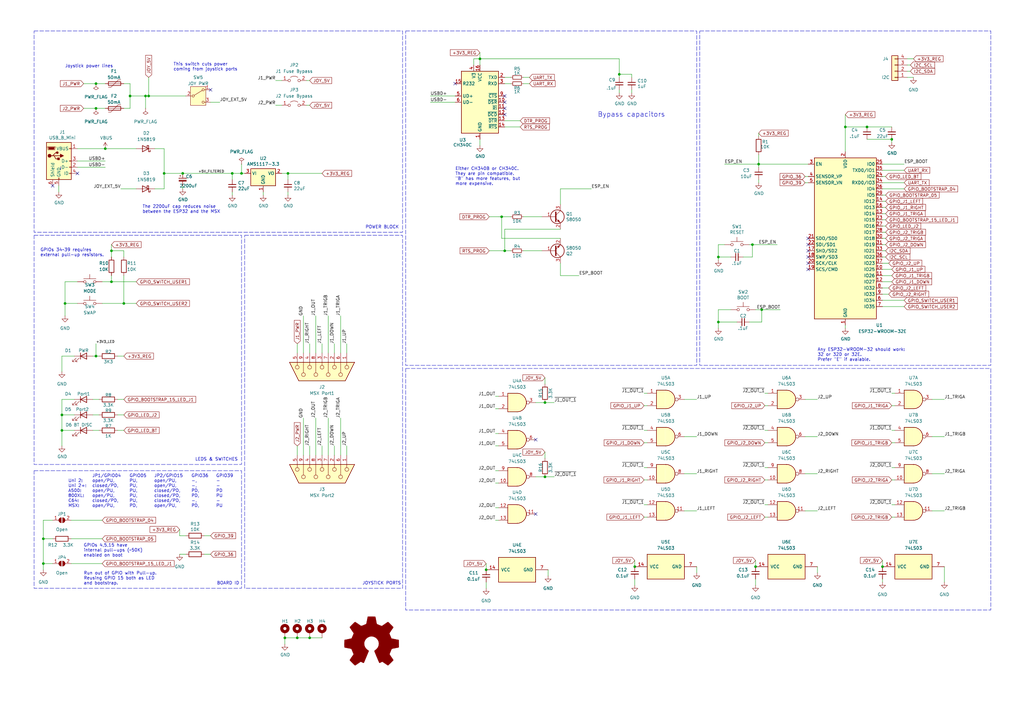
<source format=kicad_sch>
(kicad_sch (version 20230121) (generator eeschema)
  (paper "A3")
  (title_block (title "msx-joyblue-v2") (date "2024-02-26") (rev "Build2") (company "Albert Herranz"))
  (junction (at 346.71 52.07))
  (junction (at 118.11 71.12))
  (junction (at 25.4 176.53))
  (junction (at 39.37 34.29))
  (junction (at 361.95 232.41))
  (junction (at 223.52 195.58))
  (junction (at 39.37 146.05))
  (junction (at 121.92 261.62))
  (junction (at 45.72 115.57))
  (junction (at 355.6 52.07))
  (junction (at 311.15 67.31))
  (junction (at 127 261.62))
  (junction (at 260.35 232.41))
  (junction (at 99.06 71.12))
  (junction (at 53.34 39.37))
  (junction (at 17.78 220.98))
  (junction (at 365.76 57.15))
  (junction (at 199.39 233.68))
  (junction (at 294.64 132.08))
  (junction (at 308.61 100.33))
  (junction (at 25.4 170.18))
  (junction (at 60.96 39.37))
  (junction (at 309.88 232.41))
  (junction (at 207.01 102.87))
  (junction (at 95.25 71.12))
  (junction (at 45.72 102.87))
  (junction (at 50.8 124.46))
  (junction (at 26.67 124.46))
  (junction (at 254 30.48))
  (junction (at 43.18 60.96))
  (junction (at 67.31 71.12))
  (junction (at 17.78 231.14))
  (junction (at 223.52 165.1))
  (junction (at 116.84 261.62))
  (junction (at 74.93 71.12))
  (junction (at 205.74 88.9))
  (junction (at 59.69 39.37))
  (junction (at 294.64 105.41))
  (junction (at 196.85 24.13))
  (junction (at 312.42 127))
  (junction (at 39.37 44.45))
  (no_connect (at 207.01 41.91))
  (no_connect (at 207.01 46.99))
  (no_connect (at 31.75 71.12))
  (no_connect (at 331.47 110.49))
  (no_connect (at 331.47 107.95))
  (no_connect (at 207.01 44.45))
  (no_connect (at 219.71 210.82))
  (no_connect (at 186.69 34.29))
  (no_connect (at 21.59 76.2))
  (no_connect (at 331.47 102.87))
  (no_connect (at 331.47 100.33))
  (no_connect (at 86.36 36.83))
  (no_connect (at 207.01 39.37))
  (no_connect (at 219.71 180.34))
  (no_connect (at 331.47 97.79))
  (no_connect (at 331.47 105.41))
  (wire (pts (xy 204.47 167.64) (xy 203.2 167.64)))
  (wire (pts (xy 67.31 77.47) (xy 63.5 77.47)))
  (wire (pts (xy 48.26 170.18) (xy 50.8 170.18)))
  (wire (pts (xy 38.1 170.18) (xy 40.64 170.18)))
  (wire (pts (xy 365.76 113.03) (xy 361.95 113.03)))
  (wire (pts (xy 200.66 102.87) (xy 207.01 102.87)))
  (wire (pts (xy 99.06 67.31) (xy 99.06 71.12)))
  (wire (pts (xy 294.64 127) (xy 294.64 132.08)))
  (wire (pts (xy 127 261.62) (xy 132.08 261.62)))
  (wire (pts (xy 17.78 231.14) (xy 17.78 233.68)))
  (wire (pts (xy 361.95 123.19) (xy 370.84 123.19)))
  (wire (pts (xy 45.72 100.33) (xy 45.72 102.87)))
  (wire (pts (xy 60.96 39.37) (xy 76.2 39.37)))
  (wire (pts (xy 21.59 231.14) (xy 17.78 231.14)))
  (wire (pts (xy 125.73 43.18) (xy 127 43.18)))
  (wire (pts (xy 361.95 77.47) (xy 370.84 77.47)))
  (wire (pts (xy 39.37 34.29) (xy 43.18 34.29)))
  (wire (pts (xy 199.39 238.76) (xy 199.39 241.3)))
  (wire (pts (xy 309.88 127) (xy 312.42 127)))
  (wire (pts (xy 294.64 105.41) (xy 299.72 105.41)))
  (wire (pts (xy 312.42 127) (xy 312.42 132.08)))
  (wire (pts (xy 99.06 71.12) (xy 100.33 71.12)))
  (wire (pts (xy 254 30.48) (xy 259.08 30.48)))
  (wire (pts (xy 223.52 195.58) (xy 227.33 195.58)))
  (wire (pts (xy 125.73 33.02) (xy 127 33.02)))
  (wire (pts (xy 196.85 24.13) (xy 254 24.13)))
  (wire (pts (xy 264.16 191.77) (xy 265.43 191.77)))
  (wire (pts (xy 367.03 196.85) (xy 365.76 196.85)))
  (wire (pts (xy 365.76 207.01) (xy 367.03 207.01)))
  (wire (pts (xy 95.25 71.12) (xy 95.25 73.66)))
  (wire (pts (xy 95.25 80.01) (xy 95.25 78.74)))
  (wire (pts (xy 74.93 76.2) (xy 74.93 77.47)))
  (wire (pts (xy 31.75 66.04) (xy 43.18 66.04)))
  (wire (pts (xy 254 36.83) (xy 254 38.1)))
  (wire (pts (xy 129.54 129.54) (xy 129.54 144.78)))
  (wire (pts (xy 29.21 213.36) (xy 41.91 213.36)))
  (wire (pts (xy 330.2 74.93) (xy 331.47 74.93)))
  (wire (pts (xy 60.96 31.75) (xy 60.96 39.37)))
  (wire (pts (xy 53.34 34.29) (xy 53.34 39.37)))
  (wire (pts (xy 229.87 93.98) (xy 207.01 93.98)))
  (wire (pts (xy 361.95 95.25) (xy 363.22 95.25)))
  (wire (pts (xy 355.6 57.15) (xy 365.76 57.15)))
  (wire (pts (xy 67.31 60.96) (xy 63.5 60.96)))
  (wire (pts (xy 259.08 30.48) (xy 259.08 31.75)))
  (wire (pts (xy 24.13 76.2) (xy 24.13 78.74)))
  (wire (pts (xy 50.8 102.87) (xy 50.8 105.41)))
  (wire (pts (xy 365.76 181.61) (xy 367.03 181.61)))
  (wire (pts (xy 107.95 78.74) (xy 107.95 80.01)))
  (wire (pts (xy 30.48 163.83) (xy 25.4 163.83)))
  (wire (pts (xy 346.71 133.35) (xy 346.71 134.62)))
  (wire (pts (xy 361.95 238.76) (xy 361.95 237.49)))
  (wire (pts (xy 361.95 85.09) (xy 363.22 85.09)))
  (wire (pts (xy 21.59 213.36) (xy 17.78 213.36)))
  (wire (pts (xy 83.82 219.71) (xy 86.36 219.71)))
  (wire (pts (xy 50.8 113.03) (xy 50.8 124.46)))
  (wire (pts (xy 311.15 67.31) (xy 331.47 67.31)))
  (wire (pts (xy 121.92 261.62) (xy 116.84 261.62)))
  (wire (pts (xy 196.85 21.59) (xy 196.85 24.13)))
  (wire (pts (xy 196.85 57.15) (xy 196.85 59.69)))
  (wire (pts (xy 31.75 60.96) (xy 43.18 60.96)))
  (wire (pts (xy 294.64 127) (xy 299.72 127)))
  (wire (pts (xy 25.4 176.53) (xy 25.4 182.88)))
  (wire (pts (xy 311.15 67.31) (xy 311.15 68.58)))
  (wire (pts (xy 200.66 88.9) (xy 205.74 88.9)))
  (wire (pts (xy 365.76 212.09) (xy 367.03 212.09)))
  (wire (pts (xy 311.15 54.61) (xy 311.15 55.88)))
  (wire (pts (xy 294.64 132.08) (xy 294.64 134.62)))
  (wire (pts (xy 309.88 232.41) (xy 309.88 229.87)))
  (wire (pts (xy 363.22 100.33) (xy 361.95 100.33)))
  (wire (pts (xy 229.87 77.47) (xy 242.57 77.47)))
  (wire (pts (xy 26.67 115.57) (xy 31.75 115.57)))
  (wire (pts (xy 260.35 232.41) (xy 260.35 229.87)))
  (wire (pts (xy 121.92 140.97) (xy 121.92 144.78)))
  (wire (pts (xy 364.49 118.11) (xy 361.95 118.11)))
  (polyline (pts (xy 24.892 69.596) (xy 24.892 68.326)))
  (wire (pts (xy 67.31 60.96) (xy 67.31 71.12)))
  (wire (pts (xy 361.95 67.31) (xy 370.84 67.31)))
  (wire (pts (xy 25.4 176.53) (xy 30.48 176.53)))
  (wire (pts (xy 364.49 107.95) (xy 361.95 107.95)))
  (wire (pts (xy 83.82 227.33) (xy 86.36 227.33)))
  (wire (pts (xy 132.08 182.88) (xy 132.08 186.69)))
  (wire (pts (xy 314.96 166.37) (xy 313.69 166.37)))
  (wire (pts (xy 207.01 34.29) (xy 209.55 34.29)))
  (wire (pts (xy 176.53 41.91) (xy 186.69 41.91)))
  (wire (pts (xy 39.37 146.05) (xy 40.64 146.05)))
  (wire (pts (xy 265.43 196.85) (xy 264.16 196.85)))
  (wire (pts (xy 361.95 74.93) (xy 370.84 74.93)))
  (wire (pts (xy 219.71 195.58) (xy 223.52 195.58)))
  (wire (pts (xy 314.96 181.61) (xy 313.69 181.61)))
  (wire (pts (xy 363.22 87.63) (xy 361.95 87.63)))
  (wire (pts (xy 25.4 170.18) (xy 25.4 176.53)))
  (wire (pts (xy 294.64 132.08) (xy 302.26 132.08)))
  (wire (pts (xy 17.78 220.98) (xy 17.78 231.14)))
  (wire (pts (xy 363.22 80.01) (xy 361.95 80.01)))
  (wire (pts (xy 365.76 191.77) (xy 367.03 191.77)))
  (wire (pts (xy 31.75 68.58) (xy 43.18 68.58)))
  (wire (pts (xy 194.31 24.13) (xy 194.31 26.67)))
  (wire (pts (xy 59.69 39.37) (xy 60.96 39.37)))
  (wire (pts (xy 330.2 194.31) (xy 335.28 194.31)))
  (wire (pts (xy 50.8 124.46) (xy 55.88 124.46)))
  (wire (pts (xy 39.37 44.45) (xy 43.18 44.45)))
  (wire (pts (xy 50.8 44.45) (xy 53.34 44.45)))
  (wire (pts (xy 264.16 207.01) (xy 265.43 207.01)))
  (wire (pts (xy 207.01 52.07) (xy 213.36 52.07)))
  (wire (pts (xy 90.17 41.91) (xy 86.36 41.91)))
  (wire (pts (xy 219.71 165.1) (xy 223.52 165.1)))
  (wire (pts (xy 204.47 182.88) (xy 203.2 182.88)))
  (wire (pts (xy 118.11 78.74) (xy 118.11 80.01)))
  (wire (pts (xy 137.16 140.97) (xy 137.16 144.78)))
  (wire (pts (xy 205.74 88.9) (xy 209.55 88.9)))
  (wire (pts (xy 204.47 198.12) (xy 203.2 198.12)))
  (wire (pts (xy 313.69 207.01) (xy 314.96 207.01)))
  (wire (pts (xy 204.47 213.36) (xy 203.2 213.36)))
  (wire (pts (xy 214.63 102.87) (xy 222.25 102.87)))
  (wire (pts (xy 26.67 124.46) (xy 26.67 129.54)))
  (wire (pts (xy 313.69 191.77) (xy 314.96 191.77)))
  (wire (pts (xy 313.69 161.29) (xy 314.96 161.29)))
  (wire (pts (xy 312.42 132.08) (xy 307.34 132.08)))
  (wire (pts (xy 127 182.88) (xy 127 186.69)))
  (wire (pts (xy 223.52 165.1) (xy 227.33 165.1)))
  (wire (pts (xy 307.34 100.33) (xy 308.61 100.33)))
  (wire (pts (xy 260.35 237.49) (xy 260.35 240.03)))
  (wire (pts (xy 38.1 163.83) (xy 40.64 163.83)))
  (wire (pts (xy 280.67 163.83) (xy 285.75 163.83)))
  (wire (pts (xy 41.91 124.46) (xy 50.8 124.46)))
  (wire (pts (xy 374.65 24.13) (xy 372.11 24.13)))
  (wire (pts (xy 363.22 102.87) (xy 361.95 102.87)))
  (wire (pts (xy 95.25 71.12) (xy 99.06 71.12)))
  (wire (pts (xy 363.22 97.79) (xy 361.95 97.79)))
  (wire (pts (xy 280.67 179.07) (xy 285.75 179.07)))
  (wire (pts (xy 176.53 39.37) (xy 186.69 39.37)))
  (wire (pts (xy 364.49 120.65) (xy 361.95 120.65)))
  (wire (pts (xy 229.87 97.79) (xy 205.74 97.79)))
  (wire (pts (xy 265.43 166.37) (xy 264.16 166.37)))
  (wire (pts (xy 331.47 72.39) (xy 330.2 72.39)))
  (wire (pts (xy 39.37 140.97) (xy 39.37 146.05)))
  (wire (pts (xy 365.76 110.49) (xy 361.95 110.49)))
  (wire (pts (xy 45.72 102.87) (xy 50.8 102.87)))
  (wire (pts (xy 38.1 176.53) (xy 40.64 176.53)))
  (wire (pts (xy 48.26 146.05) (xy 50.8 146.05)))
  (wire (pts (xy 26.67 115.57) (xy 26.67 124.46)))
  (wire (pts (xy 361.95 90.17) (xy 363.22 90.17)))
  (wire (pts (xy 139.7 171.45) (xy 139.7 186.69)))
  (wire (pts (xy 363.22 92.71) (xy 361.95 92.71)))
  (wire (pts (xy 203.2 208.28) (xy 204.47 208.28)))
  (wire (pts (xy 330.2 179.07) (xy 335.28 179.07)))
  (wire (pts (xy 45.72 113.03) (xy 45.72 115.57)))
  (wire (pts (xy 48.26 176.53) (xy 50.8 176.53)))
  (wire (pts (xy 45.72 105.41) (xy 45.72 102.87)))
  (wire (pts (xy 314.96 196.85) (xy 313.69 196.85)))
  (wire (pts (xy 365.76 176.53) (xy 367.03 176.53)))
  (wire (pts (xy 224.79 233.68) (xy 224.79 236.22)))
  (wire (pts (xy 34.29 44.45) (xy 39.37 44.45)))
  (wire (pts (xy 74.93 71.12) (xy 95.25 71.12)))
  (wire (pts (xy 382.27 163.83) (xy 387.35 163.83)))
  (wire (pts (xy 67.31 71.12) (xy 74.93 71.12)))
  (wire (pts (xy 134.62 129.54) (xy 134.62 144.78)))
  (wire (pts (xy 294.64 105.41) (xy 294.64 106.68)))
  (wire (pts (xy 203.2 162.56) (xy 204.47 162.56)))
  (wire (pts (xy 53.34 34.29) (xy 50.8 34.29)))
  (wire (pts (xy 25.4 163.83) (xy 25.4 170.18)))
  (wire (pts (xy 223.52 154.94) (xy 223.52 157.48)))
  (wire (pts (xy 330.2 163.83) (xy 335.28 163.83)))
  (wire (pts (xy 254 24.13) (xy 254 30.48)))
  (wire (pts (xy 41.91 220.98) (xy 29.21 220.98)))
  (wire (pts (xy 127 140.97) (xy 127 144.78)))
  (wire (pts (xy 55.88 77.47) (xy 49.53 77.47)))
  (wire (pts (xy 214.63 31.75) (xy 217.17 31.75)))
  (wire (pts (xy 67.31 71.12) (xy 67.31 77.47)))
  (wire (pts (xy 387.35 179.07) (xy 382.27 179.07)))
  (wire (pts (xy 73.66 217.17) (xy 73.66 219.71)))
  (wire (pts (xy 346.71 46.99) (xy 346.71 52.07)))
  (wire (pts (xy 367.03 166.37) (xy 365.76 166.37)))
  (wire (pts (xy 229.87 107.95) (xy 229.87 113.03)))
  (wire (pts (xy 53.34 39.37) (xy 59.69 39.37)))
  (wire (pts (xy 365.76 57.15) (xy 365.76 58.42)))
  (wire (pts (xy 59.69 44.45) (xy 59.69 39.37)))
  (wire (pts (xy 34.29 34.29) (xy 39.37 34.29)))
  (wire (pts (xy 121.92 182.88) (xy 121.92 186.69)))
  (wire (pts (xy 129.54 171.45) (xy 129.54 186.69)))
  (wire (pts (xy 207.01 93.98) (xy 207.01 102.87)))
  (wire (pts (xy 365.76 115.57) (xy 361.95 115.57)))
  (wire (pts (xy 17.78 213.36) (xy 17.78 220.98)))
  (wire (pts (xy 41.91 115.57) (xy 45.72 115.57)))
  (wire (pts (xy 382.27 194.31) (xy 387.35 194.31)))
  (wire (pts (xy 363.22 105.41) (xy 361.95 105.41)))
  (wire (pts (xy 314.96 212.09) (xy 313.69 212.09)))
  (wire (pts (xy 330.2 209.55) (xy 335.28 209.55)))
  (wire (pts (xy 308.61 100.33) (xy 308.61 105.41)))
  (wire (pts (xy 346.71 52.07) (xy 346.71 62.23)))
  (wire (pts (xy 308.61 105.41) (xy 304.8 105.41)))
  (wire (pts (xy 30.48 170.18) (xy 25.4 170.18)))
  (wire (pts (xy 205.74 97.79) (xy 205.74 88.9)))
  (wire (pts (xy 207.01 31.75) (xy 209.55 31.75)))
  (wire (pts (xy 196.85 24.13) (xy 196.85 26.67)))
  (wire (pts (xy 311.15 67.31) (xy 297.18 67.31)))
  (wire (pts (xy 73.66 227.33) (xy 76.2 227.33)))
  (wire (pts (xy 207.01 102.87) (xy 209.55 102.87)))
  (wire (pts (xy 196.85 24.13) (xy 194.31 24.13)))
  (wire (pts (xy 121.92 261.62) (xy 127 261.62)))
  (wire (pts (xy 203.2 193.04) (xy 204.47 193.04)))
  (wire (pts (xy 29.21 231.14) (xy 41.91 231.14)))
  (wire (pts (xy 254 30.48) (xy 254 31.75)))
  (wire (pts (xy 294.64 100.33) (xy 294.64 105.41)))
  (wire (pts (xy 361.95 229.87) (xy 361.95 232.41)))
  (wire (pts (xy 73.66 219.71) (xy 76.2 219.71)))
  (wire (pts (xy 311.15 63.5) (xy 311.15 67.31)))
  (wire (pts (xy 203.2 177.8) (xy 204.47 177.8)))
  (wire (pts (xy 313.69 176.53) (xy 314.96 176.53)))
  (wire (pts (xy 48.26 163.83) (xy 50.8 163.83)))
  (wire (pts (xy 285.75 232.41) (xy 285.75 234.95)))
  (wire (pts (xy 280.67 209.55) (xy 285.75 209.55)))
  (wire (pts (xy 373.38 29.21) (xy 372.11 29.21)))
  (wire (pts (xy 39.37 146.05) (xy 38.1 146.05)))
  (wire (pts (xy 355.6 52.07) (xy 365.76 52.07)))
  (wire (pts (xy 124.46 129.54) (xy 124.46 144.78)))
  (wire (pts (xy 259.08 36.83) (xy 259.08 38.1)))
  (wire (pts (xy 142.24 140.97) (xy 142.24 144.78)))
  (wire (pts (xy 308.61 100.33) (xy 318.77 100.33)))
  (wire (pts (xy 223.52 185.42) (xy 223.52 187.96)))
  (wire (pts (xy 297.18 100.33) (xy 294.64 100.33)))
  (wire (pts (xy 25.4 146.05) (xy 25.4 152.4)))
  (wire (pts (xy 311.15 73.66) (xy 311.15 74.93)))
  (wire (pts (xy 265.43 181.61) (xy 264.16 181.61)))
  (wire (pts (xy 30.48 146.05) (xy 25.4 146.05)))
  (wire (pts (xy 335.28 232.41) (xy 335.28 234.95)))
  (wire (pts (xy 214.63 88.9) (xy 222.25 88.9)))
  (wire (pts (xy 43.18 60.96) (xy 55.88 60.96)))
  (wire (pts (xy 214.63 34.29) (xy 217.17 34.29)))
  (wire (pts (xy 207.01 49.53) (xy 213.36 49.53)))
  (wire (pts (xy 363.22 82.55) (xy 361.95 82.55)))
  (wire (pts (xy 118.11 71.12) (xy 118.11 73.66)))
  (wire (pts (xy 137.16 182.88) (xy 137.16 186.69)))
  (wire (pts (xy 365.76 161.29) (xy 367.03 161.29)))
  (wire (pts (xy 142.24 182.88) (xy 142.24 186.69)))
  (wire (pts (xy 361.95 69.85) (xy 370.84 69.85)))
  (wire (pts (xy 229.87 83.82) (xy 229.87 77.47)))
  (wire (pts (xy 113.03 43.18) (xy 115.57 43.18)))
  (wire (pts (xy 264.16 161.29) (xy 265.43 161.29)))
  (wire (pts (xy 312.42 127) (xy 320.04 127)))
  (wire (pts (xy 134.62 171.45) (xy 134.62 186.69)))
  (wire (pts (xy 361.95 125.73) (xy 370.84 125.73)))
  (wire (pts (xy 199.39 233.68) (xy 199.39 231.14)))
  (wire (pts (xy 116.84 261.62) (xy 116.84 264.16)))
  (wire (pts (xy 387.35 209.55) (xy 382.27 209.55)))
  (wire (pts (xy 53.34 39.37) (xy 53.34 44.45)))
  (wire (pts (xy 264.16 176.53) (xy 265.43 176.53)))
  (wire (pts (xy 265.43 212.09) (xy 264.16 212.09)))
  (wire (pts (xy 26.67 124.46) (xy 31.75 124.46)))
  (wire (pts (xy 113.03 33.02) (xy 115.57 33.02)))
  (wire (pts (xy 373.38 26.67) (xy 372.11 26.67)))
  (wire (pts (xy 346.71 52.07) (xy 355.6 52.07)))
  (wire (pts (xy 124.46 171.45) (xy 124.46 186.69)))
  (wire (pts (xy 17.78 220.98) (xy 21.59 220.98)))
  (wire (pts (xy 118.11 71.12) (xy 132.08 71.12)))
  (wire (pts (xy 309.88 237.49) (xy 309.88 240.03)))
  (wire (pts (xy 45.72 115.57) (xy 55.88 115.57)))
  (wire (pts (xy 372.11 31.75) (xy 374.65 31.75)))
  (wire (pts (xy 132.08 140.97) (xy 132.08 144.78)))
  (wire (pts (xy 363.22 72.39) (xy 361.95 72.39)))
  (wire (pts (xy 139.7 129.54) (xy 139.7 144.78)))
  (wire (pts (xy 229.87 113.03) (xy 237.49 113.03)))
  (wire (pts (xy 280.67 194.31) (xy 285.75 194.31)))
  (wire (pts (xy 118.11 71.12) (xy 115.57 71.12)))
  (wire (pts (xy 387.35 238.76) (xy 387.35 232.41)))
  (rectangle (start 100.33 96.52) (end 165.1 241.3) (stroke (width 0) (type dash)))
  (rectangle (start 13.97 12.7) (end 165.1 95.25) (stroke (width 0) (type dash)))
  (rectangle (start 166.37 12.7) (end 285.75 149.86) (stroke (width 0) (type dash)))
  (rectangle (start 13.97 193.04) (end 99.06 241.3) (stroke (width 0) (type dash)))
  (rectangle (start 287.02 12.7) (end 406.4 149.86) (stroke (width 0) (type dash)))
  (rectangle (start 13.97 96.52) (end 99.06 190.5) (stroke (width 0) (type dash)))
  (rectangle (start 166.37 151.13) (end 406.4 250.19) (stroke (width 0) (type dash)))
  (text "		JP1/GPIO04	GPIO05	JP2/GPIO15	GPIO36	GPIO39\nUni 2:	open/PU,	PU,		open/PU,	-,		-\nUni 2+:	closed/PD,	PU,		open/PU,	-,		-\nA500:	open/PU,	PU,		closed/PD,	PD,		PD\n800XL:	open/PU,	PU,		closed/PD,	PD,		PU\nC64:	closed/PD,	PU,		closed/PD,	-,		-\nMSX:	open/PU,	PD,		open/PU,	PD,		PU" (at 27.94 208.28 0) (effects (font (size 1.27 1.27)) (justify left bottom)))
  (text "This switch cuts power\ncoming from joystick ports" (at 71.12 29.21 0) (effects (font (size 1.27 1.27)) (justify left bottom)))
  (text "GPIOs 4,5,15 have\ninternal pull-ups (~50K)\nenabled on boot" (at 34.29 228.6 0) (effects (font (size 1.27 1.27)) (justify left bottom)))
  (text "BOARD ID" (at 88.9 240.03 0) (effects (font (size 1.27 1.27)) (justify left bottom)))
  (text "Joystick power lines" (at 26.67 27.94 0) (effects (font (size 1.27 1.27)) (justify left bottom)))
  (text "GPIOs 34~39 requires\nexternal pull-up resistors." (at 16.51 105.41 0) (effects (font (size 1.27 1.27)) (justify left bottom)))
  (text "POWER BLOCK" (at 149.86 93.98 0) (effects (font (size 1.27 1.27)) (justify left bottom)))
  (text "JOYSTICK PORTS" (at 148.59 240.03 0) (effects (font (size 1.27 1.27)) (justify left bottom)))
  (text "Bypass capacitors" (at 245.11 48.26 0) (effects (font (size 2 2)) (justify left bottom)))
  (text "Run out of GPIO with Pull-up.\nReusing GPIO 15 both as LED\nand bootstrap." (at 34.29 240.03 0) (effects (font (size 1.27 1.27)) (justify left bottom)))
  (text "LEDS & SWITCHES" (at 80.01 189.23 0) (effects (font (size 1.27 1.27)) (justify left bottom)))
  (text "Either CH340B or CH340C.\nThey are pin compatible.\n\"B\" has more features, but\nmore expensive." (at 186.69 76.2 0) (effects (font (size 1.27 1.27)) (justify left bottom)))
  (text "Any ESP32-WROOM-32 should work:\n32 or 32D or 32E.\nPrefer \"E\" if avaiable." (at 335.28 148.336 0) (effects (font (size 1.27 1.27)) (justify left bottom)))
  (text "The 2200uF cap reduces noise\nbetween the ESP32 and the MSX\n" (at 58.42 87.63 0) (effects (font (size 1.27 1.27)) (justify left bottom)))
  (label "J2_OUT" (at 203.2 208.28 180))
  (label "~{J1_OUT_1}" (at 227.33 165.1 0))
  (label "~{J2_OUT_1}" (at 365.76 207.01 180))
  (label "~{J1_OUT_1}" (at 365.76 176.53 180))
  (label "J2_RIGHT" (at 127 182.88 90))
  (label "J2_OUT" (at 203.2 198.12 180))
  (label "JOY_EXT_5V" (at 49.53 77.47 180))
  (label "J2_OUT" (at 203.2 213.36 180))
  (label "J1_OUT" (at 203.2 182.88 180))
  (label "~{J2_OUT_1}" (at 365.76 191.77 180))
  (label "J2_TRIGB" (at 387.35 209.55 0))
  (label "J2_TRIGA" (at 139.7 171.45 90))
  (label "J2_UP" (at 335.28 163.83 0))
  (label "J1_RIGHT" (at 127 140.97 90))
  (label "JOY_EXT_5V" (at 90.17 41.91 0))
  (label "J1_OUT" (at 203.2 177.8 180))
  (label "ESP_EN" (at 297.18 67.31 0))
  (label "J1_DOWN" (at 285.75 179.07 0))
  (label "USBD+" (at 176.53 39.37 0))
  (label "J1_RIGHT" (at 285.75 194.31 0))
  (label "~{J1_OUT_1}" (at 365.76 161.29 180))
  (label "J2_LEFT" (at 132.08 182.88 90))
  (label "J1_PWR" (at 113.03 33.02 180))
  (label "J2_TRIGA" (at 387.35 194.31 0))
  (label "J2_OUT" (at 203.2 193.04 180))
  (label "ESP_EN" (at 311.15 100.33 0))
  (label "J1_LEFT" (at 285.75 209.55 0))
  (label "J2_TRIGB" (at 134.62 171.45 90))
  (label "ESP_BOOT" (at 237.49 113.03 0))
  (label "J1_TRIGB" (at 134.62 129.54 90))
  (label "J1_TRIGA" (at 139.7 129.54 90))
  (label "ESP_BOOT" (at 320.04 127 180))
  (label "J1_TRIGA" (at 387.35 163.83 0))
  (label "J1_OUT" (at 203.2 162.56 180))
  (label "J1_LEFT" (at 132.08 140.97 90))
  (label "J1_OUT" (at 129.54 129.54 90))
  (label "~{J1_OUT_1}" (at 264.16 176.53 180))
  (label "J2_RIGHT" (at 335.28 194.31 0))
  (label "~{J1_OUT_1}" (at 264.16 207.01 180))
  (label "~{J1_OUT_1}" (at 264.16 191.77 180))
  (label "J2_PWR" (at 113.03 43.18 180))
  (label "USBD-" (at 43.18 68.58 180))
  (label "J2_UP" (at 142.24 182.88 90))
  (label "~{J2_OUT_1}" (at 313.69 191.77 180))
  (label "J1_UP" (at 142.24 140.97 90))
  (label "~{J2_OUT_1}" (at 313.69 176.53 180))
  (label "J2_DOWN" (at 335.28 179.07 0))
  (label "USBD-" (at 176.53 41.91 0))
  (label "USBD+" (at 43.18 66.04 180))
  (label "J2_OUT" (at 129.54 171.45 90))
  (label "GND" (at 124.46 171.45 90))
  (label "J1_OUT" (at 203.2 167.64 180))
  (label "J2_LEFT" (at 335.28 209.55 0))
  (label "ESP_EN" (at 242.57 77.47 0))
  (label "~{J2_OUT_1}" (at 227.33 195.58 0))
  (label "~{J1_OUT_1}" (at 264.16 161.29 180))
  (label "J1_UP" (at 285.75 163.83 0))
  (label "~{J2_OUT_1}" (at 313.69 161.29 180))
  (label "GND" (at 124.46 129.54 90))
  (label "ESP_BOOT" (at 370.84 67.31 0))
  (label "+5V_FILTERED" (at 81.28 71.12 0) (effects (font (size 1 1))))
  (label "J1_TRIGB" (at 387.35 179.07 0))
  (label "J1_DOWN" (at 137.16 140.97 90))
  (label "~{J2_OUT_1}" (at 313.69 207.01 180))
  (label "+3V3_LED" (at 39.37 140.97 0) (effects (font (size 1 1))))
  (label "J2_DOWN" (at 137.16 182.88 90))
  (global_label "JOY_5V" (shape input) (at 223.52 185.42 180) (property "Intersheetrefs" "${INTERSHEET_REFS}" (effects hide)))
  (global_label "+3V3_REG" (shape input) (at 311.15 54.61 0) (property "Intersheetrefs" "${INTERSHEET_REFS}" (effects hide)))
  (global_label "GPIO_J2_TRIGB" (shape input) (at 365.76 212.09 180) (property "Intersheetrefs" "${INTERSHEET_REFS}" (effects hide)))
  (global_label "GPIO_36" (shape input) (at 86.36 227.33 0) (property "Intersheetrefs" "${INTERSHEET_REFS}" (effects hide)))
  (global_label "GPIO_J2_DOWN" (shape input) (at 363.22 100.33 0) (property "Intersheetrefs" "${INTERSHEET_REFS}" (effects hide)))
  (global_label "UART_RX" (shape input) (at 370.84 69.85 0) (property "Intersheetrefs" "${INTERSHEET_REFS}" (effects hide)))
  (global_label "GPIO_J1_RIGHT" (shape input) (at 363.22 85.09 0) (property "Intersheetrefs" "${INTERSHEET_REFS}" (effects hide)))
  (global_label "GPIO_J1_UP" (shape input) (at 365.76 110.49 0) (property "Intersheetrefs" "${INTERSHEET_REFS}" (effects hide)))
  (global_label "JOY_5V" (shape input) (at 260.35 229.87 180) (property "Intersheetrefs" "${INTERSHEET_REFS}" (effects hide)))
  (global_label "GPIO_BOOTSTRAP_04" (shape input) (at 41.91 213.36 0) (property "Intersheetrefs" "${INTERSHEET_REFS}" (effects hide)))
  (global_label "GPIO_LED_J2" (shape input) (at 363.22 92.71 0) (property "Intersheetrefs" "${INTERSHEET_REFS}" (effects hide)))
  (global_label "GPIO_BOOTSTRAP_05" (shape input) (at 363.22 80.01 0) (property "Intersheetrefs" "${INTERSHEET_REFS}" (effects hide)))
  (global_label "GPIO_J2_TRIGA" (shape input) (at 365.76 196.85 180) (property "Intersheetrefs" "${INTERSHEET_REFS}" (effects hide)))
  (global_label "GPIO_J1_LEFT" (shape input) (at 363.22 82.55 0) (property "Intersheetrefs" "${INTERSHEET_REFS}" (effects hide)))
  (global_label "RTS_PROG" (shape input) (at 200.66 102.87 180) (property "Intersheetrefs" "${INTERSHEET_REFS}" (effects hide)))
  (global_label "GPIO_J1_RIGHT" (shape input) (at 264.16 196.85 180) (property "Intersheetrefs" "${INTERSHEET_REFS}" (effects hide)))
  (global_label "GPIO_LED_BT" (shape input) (at 50.8 176.53 0) (property "Intersheetrefs" "${INTERSHEET_REFS}" (effects hide)))
  (global_label "GPIO_SWITCH_USER1" (shape input) (at 370.84 123.19 0) (property "Intersheetrefs" "${INTERSHEET_REFS}" (effects hide)))
  (global_label "GPIO_J2_DOWN" (shape input) (at 313.69 181.61 180) (property "Intersheetrefs" "${INTERSHEET_REFS}" (effects hide)))
  (global_label "GPIO_J2_RIGHT" (shape input) (at 313.69 196.85 180) (property "Intersheetrefs" "${INTERSHEET_REFS}" (effects hide)))
  (global_label "JOY_5V" (shape input) (at 60.96 31.75 90) (property "Intersheetrefs" "${INTERSHEET_REFS}" (effects hide)))
  (global_label "UART_RX" (shape input) (at 217.17 34.29 0) (property "Intersheetrefs" "${INTERSHEET_REFS}" (effects hide)))
  (global_label "GPIO_J1_TRIGB" (shape input) (at 365.76 181.61 180) (property "Intersheetrefs" "${INTERSHEET_REFS}" (effects hide)))
  (global_label "GPIO_BOOTSTRAP_05" (shape input) (at 41.91 220.98 0) (property "Intersheetrefs" "${INTERSHEET_REFS}" (effects hide)))
  (global_label "GPIO_BOOTSTRAP_15_LED_J1" (shape input) (at 41.91 231.14 0) (property "Intersheetrefs" "${INTERSHEET_REFS}" (effects hide)))
  (global_label "+3V3_REG" (shape input) (at 196.85 21.59 180) (property "Intersheetrefs" "${INTERSHEET_REFS}" (effects hide)))
  (global_label "+3V3_REG" (shape input) (at 132.08 71.12 0) (property "Intersheetrefs" "${INTERSHEET_REFS}" (effects hide)))
  (global_label "JOY_5V" (shape input) (at 361.95 229.87 180) (property "Intersheetrefs" "${INTERSHEET_REFS}" (effects hide)))
  (global_label "GPIO_BOOTSTRAP_04" (shape input) (at 370.84 77.47 0) (property "Intersheetrefs" "${INTERSHEET_REFS}" (effects hide)))
  (global_label "GPIO_BOOTSTRAP_15_LED_J1" (shape input) (at 363.22 90.17 0) (property "Intersheetrefs" "${INTERSHEET_REFS}" (effects hide)))
  (global_label "J2_PWR" (shape input) (at 121.92 182.88 90) (property "Intersheetrefs" "${INTERSHEET_REFS}" (effects hide)))
  (global_label "GPIO_J2_TRIGA" (shape input) (at 363.22 97.79 0) (property "Intersheetrefs" "${INTERSHEET_REFS}" (effects hide)))
  (global_label "GPIO_J2_LEFT" (shape input) (at 313.69 212.09 180) (property "Intersheetrefs" "${INTERSHEET_REFS}" (effects hide)))
  (global_label "GPIO_BOOTSTRAP_15_LED_J1" (shape input) (at 50.8 163.83 0) (property "Intersheetrefs" "${INTERSHEET_REFS}" (effects hide)))
  (global_label "GPIO_J2_TRIGB" (shape input) (at 363.22 95.25 0) (property "Intersheetrefs" "${INTERSHEET_REFS}" (effects hide)))
  (global_label "+3V3_REG" (shape input) (at 45.72 100.33 0) (property "Intersheetrefs" "${INTERSHEET_REFS}" (effects hide)))
  (global_label "GPIO_LED_J2" (shape input) (at 50.8 170.18 0) (property "Intersheetrefs" "${INTERSHEET_REFS}" (effects hide)))
  (global_label "J1_PWR" (shape input) (at 34.29 34.29 180) (property "Intersheetrefs" "${INTERSHEET_REFS}" (effects hide)))
  (global_label "JOY_5V" (shape input) (at 199.39 231.14 180) (property "Intersheetrefs" "${INTERSHEET_REFS}" (effects hide)))
  (global_label "GPIO_SWITCH_USER2" (shape input) (at 370.84 125.73 0) (property "Intersheetrefs" "${INTERSHEET_REFS}" (effects hide)))
  (global_label "I2C_SDA" (shape input) (at 373.38 29.21 0) (property "Intersheetrefs" "${INTERSHEET_REFS}" (effects hide)))
  (global_label "JOY_5V" (shape input) (at 127 33.02 0) (property "Intersheetrefs" "${INTERSHEET_REFS}" (effects hide)))
  (global_label "I2C_SCL" (shape input) (at 373.38 26.67 0) (property "Intersheetrefs" "${INTERSHEET_REFS}" (effects hide)))
  (global_label "JOY_5V" (shape input) (at 309.88 229.87 180) (property "Intersheetrefs" "${INTERSHEET_REFS}" (effects hide)))
  (global_label "I2C_SCL" (shape input) (at 363.22 105.41 0) (property "Intersheetrefs" "${INTERSHEET_REFS}" (effects hide)))
  (global_label "GPIO_J1_TRIGB" (shape input) (at 365.76 113.03 0) (property "Intersheetrefs" "${INTERSHEET_REFS}" (effects hide)))
  (global_label "J2_PWR" (shape input) (at 34.29 44.45 180) (property "Intersheetrefs" "${INTERSHEET_REFS}" (effects hide)))
  (global_label "GPIO_J1_TRIGA" (shape input) (at 363.22 87.63 0) (property "Intersheetrefs" "${INTERSHEET_REFS}" (effects hide)))
  (global_label "J1_PWR" (shape input) (at 121.92 140.97 90) (property "Intersheetrefs" "${INTERSHEET_REFS}" (effects hide)))
  (global_label "UART_TX" (shape input) (at 370.84 74.93 0) (property "Intersheetrefs" "${INTERSHEET_REFS}" (effects hide)))
  (global_label "GPIO_J2_UP" (shape input) (at 313.69 166.37 180) (property "Intersheetrefs" "${INTERSHEET_REFS}" (effects hide)))
  (global_label "RTS_PROG" (shape input) (at 213.36 52.07 0) (property "Intersheetrefs" "${INTERSHEET_REFS}" (effects hide)))
  (global_label "GPIO_39" (shape input) (at 86.36 219.71 0) (property "Intersheetrefs" "${INTERSHEET_REFS}" (effects hide)))
  (global_label "GPIO_J1_TRIGA" (shape input) (at 365.76 166.37 180) (property "Intersheetrefs" "${INTERSHEET_REFS}" (effects hide)))
  (global_label "+3V3_REG" (shape input) (at 73.66 217.17 180) (property "Intersheetrefs" "${INTERSHEET_REFS}" (effects hide)))
  (global_label "GPIO_J2_RIGHT" (shape input) (at 364.49 120.65 0) (property "Intersheetrefs" "${INTERSHEET_REFS}" (effects hide)))
  (global_label "GPIO_J1_DOWN" (shape input) (at 264.16 181.61 180) (property "Intersheetrefs" "${INTERSHEET_REFS}" (effects hide)))
  (global_label "GPIO_SWITCH_USER2" (shape input) (at 55.88 124.46 0) (property "Intersheetrefs" "${INTERSHEET_REFS}" (effects hide)))
  (global_label "GPIO_J1_UP" (shape input) (at 264.16 166.37 180) (property "Intersheetrefs" "${INTERSHEET_REFS}" (effects hide)))
  (global_label "DTR_PROG" (shape input) (at 213.36 49.53 0) (property "Intersheetrefs" "${INTERSHEET_REFS}" (effects hide)))
  (global_label "GPIO_J1_DOWN" (shape input) (at 365.76 115.57 0) (property "Intersheetrefs" "${INTERSHEET_REFS}" (effects hide)))
  (global_label "GPIO_J2_UP" (shape input) (at 364.49 107.95 0) (property "Intersheetrefs" "${INTERSHEET_REFS}" (effects hide)))
  (global_label "GPIO_39" (shape input) (at 330.2 74.93 180) (property "Intersheetrefs" "${INTERSHEET_REFS}" (effects hide)))
  (global_label "UART_TX" (shape input) (at 217.17 31.75 0) (property "Intersheetrefs" "${INTERSHEET_REFS}" (effects hide)))
  (global_label "DTR_PROG" (shape input) (at 200.66 88.9 180) (property "Intersheetrefs" "${INTERSHEET_REFS}" (effects hide)))
  (global_label "GPIO_J2_LEFT" (shape input) (at 364.49 118.11 0) (property "Intersheetrefs" "${INTERSHEET_REFS}" (effects hide)))
  (global_label "GPIO_LED_BT" (shape input) (at 363.22 72.39 0) (property "Intersheetrefs" "${INTERSHEET_REFS}" (effects hide)))
  (global_label "GPIO_SWITCH_USER1" (shape input) (at 55.88 115.57 0) (property "Intersheetrefs" "${INTERSHEET_REFS}" (effects hide)))
  (global_label "+3V3_REG" (shape input) (at 50.8 146.05 0) (property "Intersheetrefs" "${INTERSHEET_REFS}" (effects hide)))
  (global_label "GPIO_J1_LEFT" (shape input) (at 264.16 212.09 180) (property "Intersheetrefs" "${INTERSHEET_REFS}" (effects hide)))
  (global_label "I2C_SDA" (shape input) (at 363.22 102.87 0) (property "Intersheetrefs" "${INTERSHEET_REFS}" (effects hide)))
  (global_label "+3V3_REG" (shape input) (at 374.65 24.13 0) (property "Intersheetrefs" "${INTERSHEET_REFS}" (effects hide)))
  (global_label "GPIO_36" (shape input) (at 330.2 72.39 180) (property "Intersheetrefs" "${INTERSHEET_REFS}" (effects hide)))
  (global_label "+3V3_REG" (shape input) (at 346.71 46.99 0) (property "Intersheetrefs" "${INTERSHEET_REFS}" (effects hide)))
  (global_label "JOY_5V" (shape input) (at 127 43.18 0) (property "Intersheetrefs" "${INTERSHEET_REFS}" (effects hide)))
  (global_label "JOY_5V" (shape input) (at 223.52 154.94 180) (property "Intersheetrefs" "${INTERSHEET_REFS}" (effects hide)))
  (symbol (lib_id "Device:R") (at 80.01 219.71 270) (mirror x) (unit 1)
    (property "Reference" "R13" (at 80.01 214.884 90))
    (property "Value" "10K" (at 80.01 217.17 90))
    (property "Footprint" "Resistor_SMD:R_0805_2012Metric_Pad1.20x1.40mm_HandSolder" (effects hide))
  )
  (symbol (lib_id "power:GND") (at 309.88 240.03 0) (unit 1)
    (property "Reference" "#PWR025" (effects hide))
    (property "Value" "GND" (at 309.88 245.11 0))
  )
  (symbol (lib_id "power:GND") (at 95.25 80.01 0) (unit 1)
    (property "Reference" "#PWR015" (effects hide))
    (property "Value" "GND" (at 95.377 84.4042 0))
  )
  (symbol (lib_id "power:GND") (at 116.84 264.16 0) (unit 1)
    (property "Reference" "#PWR09" (effects hide))
    (property "Value" "GND" (at 116.967 268.5542 0))
  )
  (symbol (lib_id "74xx:74LS03") (at 212.09 195.58 0) (unit 3)
    (property "Reference" "U4" (at 212.0817 186.69 0))
    (property "Value" "74LS03" (at 212.0817 189.23 0))
    (property "Footprint" "Package_SO:SOIC-14_3.9x8.7mm_P1.27mm" (effects hide))
    (property "Datasheet" "http://www.ti.com/lit/gpn/sn74LS03" (effects hide))
  )
  (symbol (lib_id "Device:C_Small") (at 355.6 54.61 0) (unit 1)
    (property "Reference" "C4" (at 350.52 53.34 0))
    (property "Value" ".1uF" (at 350.52 55.88 0))
    (property "Footprint" "Capacitor_SMD:C_0805_2012Metric_Pad1.18x1.45mm_HandSolder" (effects hide))
  )
  (symbol (lib_id "power:GND") (at 294.64 134.62 0) (unit 1)
    (property "Reference" "#PWR02" (effects hide))
    (property "Value" "GND" (at 294.767 139.0142 0))
  )
  (symbol (lib_id "power:GND") (at 260.35 240.03 0) (unit 1)
    (property "Reference" "#PWR023" (effects hide))
    (property "Value" "GND" (at 260.35 245.11 0))
  )
  (symbol (lib_id "power:GND") (at 224.79 236.22 0) (unit 1)
    (property "Reference" "#PWR021" (effects hide))
    (property "Value" "GND" (at 224.79 241.3 0))
  )
  (symbol (lib_id "74xx:74LS03") (at 212.09 233.68 90) (unit 5)
    (property "Reference" "U4" (at 212.09 223.52 90))
    (property "Value" "74LS03" (at 212.09 226.06 90))
    (property "Footprint" "Package_SO:SOIC-14_3.9x8.7mm_P1.27mm" (effects hide))
    (property "Datasheet" "http://www.ti.com/lit/gpn/sn74LS03" (effects hide))
  )
  (symbol (lib_id "Device:C_Small") (at 309.88 234.95 0) (unit 1)
    (property "Reference" "C13" (at 304.8 233.68 0))
    (property "Value" "0.1uF" (at 304.8 236.22 0))
    (property "Footprint" "Capacitor_SMD:C_0805_2012Metric_Pad1.18x1.45mm_HandSolder" (effects hide))
  )
  (symbol (lib_id "Device:C_Small") (at 311.15 71.12 0) (unit 1)
    (property "Reference" "C3" (at 306.07 69.85 0))
    (property "Value" "10uF" (at 306.07 72.39 0))
    (property "Footprint" "Capacitor_SMD:C_0805_2012Metric_Pad1.18x1.45mm_HandSolder" (effects hide))
  )
  (symbol (lib_id "74xx:74LS03") (at 374.65 209.55 0) (unit 4)
    (property "Reference" "U7" (at 374.6417 200.66 0))
    (property "Value" "74LS03" (at 374.6417 203.2 0))
    (property "Footprint" "Package_SO:SOIC-14_3.9x8.7mm_P1.27mm" (effects hide))
    (property "Datasheet" "http://www.ti.com/lit/gpn/sn74LS03" (effects hide))
  )
  (symbol (lib_id "Regulator_Linear:AMS1117-3.3") (at 107.95 71.12 0) (unit 1)
    (property "Reference" "U2" (at 107.95 64.9732 0))
    (property "Value" "AMS1117-3.3" (at 107.95 67.2846 0))
    (property "Footprint" "Package_TO_SOT_SMD:SOT-223-3_TabPin2" (effects hide))
    (property "Datasheet" "http://www.advanced-monolithic.com/pdf/ds1117.pdf" (effects hide))
  )
  (symbol (lib_id "Device:R_Small") (at 212.09 34.29 270) (unit 1)
    (property "Reference" "R6" (at 212.09 36.068 90))
    (property "Value" "1K" (at 212.09 37.592 90))
    (property "Footprint" "Resistor_SMD:R_0805_2012Metric_Pad1.20x1.40mm_HandSolder" (effects hide))
  )
  (symbol (lib_id "power:GND") (at 311.15 74.93 0) (unit 1)
    (property "Reference" "#PWR05" (effects hide))
    (property "Value" "GND" (at 311.277 79.3242 0))
  )
  (symbol (lib_id "Graphic:Logo_Open_Hardware_Large") (at 152.4 264.16 0) (unit 1) (in_bom no)
    (property "Reference" "SYM1" (effects hide))
    (property "Value" "Logo_Open_Hardware_Large" (effects hide))
    (property "Footprint" "Symbol:OSHW-Logo_7.5x8mm_SilkScreen" (effects hide))
    (property "Sim.Enable" "0" (effects hide))
  )
  (symbol (lib_id "power:GND") (at 285.75 234.95 0) (unit 1)
    (property "Reference" "#PWR024" (effects hide))
    (property "Value" "GND" (at 285.75 240.03 0))
  )
  (symbol (lib_id "Device:C_Small") (at 304.8 132.08 90) (unit 1)
    (property "Reference" "C2" (at 304.8 129.54 90))
    (property "Value" ".1uF" (at 304.8 134.62 90))
    (property "Footprint" "Capacitor_SMD:C_0805_2012Metric_Pad1.18x1.45mm_HandSolder" (effects hide))
  )
  (symbol (lib_id "Switch:SW_Push") (at 304.8 127 0) (unit 1)
    (property "Reference" "SW2" (at 304.8 119.761 0))
    (property "Value" "BOOT" (at 304.8 122.0724 0))
    (property "Footprint" "Unijoysticle:SW_Push_1P1T_NO_5.1x5.1mm" (effects hide))
  )
  (symbol (lib_id "Connector:DE9_Receptacle") (at 132.08 194.31 270) (unit 1)
    (property "Reference" "J3" (at 132.08 200.66 90))
    (property "Value" "MSX Port2" (at 132.08 203.2 90))
    (property "Footprint" "Connector_JST:JST_PH_S9B-PH-K_1x09_P2.00mm_Horizontal" (effects hide))
    (property "Datasheet" " ~" (effects hide))
  )
  (symbol (lib_id "74xx:74LS03") (at 322.58 163.83 0) (unit 1)
    (property "Reference" "U6" (at 322.5717 154.94 0))
    (property "Value" "74LS03" (at 322.5717 157.48 0))
    (property "Footprint" "Package_SO:SOIC-14_3.9x8.7mm_P1.27mm" (effects hide))
    (property "Datasheet" "http://www.ti.com/lit/gpn/sn74LS03" (effects hide))
  )
  (symbol (lib_id "Mechanical:MountingHole_Pad") (at 116.84 259.08 0) (unit 1)
    (property "Reference" "H1" (at 115.57 254.762 0) (effects (justify left)))
    (property "Value" "MountingHole_Pad" (effects hide))
    (property "Footprint" "My_Components:Hole_3mm" (effects hide))
  )
  (symbol (lib_id "RF_Module:ESP32-WROOM-32D") (at 346.71 97.79 0) (unit 1)
    (property "Reference" "U1" (at 360.68 133.35 0))
    (property "Value" "ESP32-WROOM-32E" (at 361.95 135.89 0))
    (property "Footprint" "My_Components:ESP32-WROOM-32" (effects hide))
    (property "Datasheet" "https://www.espressif.com/sites/default/files/documentation/esp32-wroom-32d_esp32-wroom-32u_datasheet_en.pdf" (effects hide))
    (property "LCSC" "C701341" (effects hide))
  )
  (symbol (lib_id "Device:R") (at 44.45 176.53 90) (unit 1)
    (property "Reference" "R7" (at 44.45 174.752 90))
    (property "Value" "1K" (at 44.45 178.816 90))
    (property "Footprint" "Resistor_SMD:R_0805_2012Metric_Pad1.20x1.40mm_HandSolder" (effects hide))
    (property "LCSC" "C4310" (effects hide))
  )
  (symbol (lib_id "Device:C_Polarized_Small") (at 74.93 73.66 0) (unit 1)
    (property "Reference" "C6" (at 76.2 72.39 0) (effects (justify left)))
    (property "Value" "2200uF" (at 73.66 76.2 0) (effects (justify left)))
    (property "Footprint" "Capacitor_SMD:CP_Elec_10x10.5" (effects hide))
  )
  (symbol (lib_id "Mechanical:MountingHole_Pad") (at 127 259.08 0) (unit 1)
    (property "Reference" "H3" (at 125.73 254.762 0) (effects (justify left)))
    (property "Value" "MountingHole_Pad" (effects hide))
    (property "Footprint" "My_Components:Hole_3mm" (effects hide))
  )
  (symbol (lib_id "Device:C_Small") (at 95.25 76.2 0) (unit 1)
    (property "Reference" "C7" (at 97.5868 75.0316 0) (effects (justify left)))
    (property "Value" "22uF" (at 97.5868 77.343 0) (effects (justify left)))
    (property "Footprint" "Capacitor_SMD:C_0805_2012Metric_Pad1.18x1.45mm_HandSolder" (effects hide))
  )
  (symbol (lib_id "Switch:SW_SPDT") (at 81.28 39.37 0) (unit 1)
    (property "Reference" "SW5" (at 81.28 31.75 0))
    (property "Value" "JOY PWR" (at 81.28 34.29 0))
    (property "Footprint" "My_Components:SW_SK-12D07G6-1P2T-6mm" (effects hide))
  )
  (symbol (lib_id "power:PWR_FLAG") (at 39.37 34.29 180) (unit 1)
    (property "Reference" "#FLG01" (effects hide))
    (property "Value" "PWR_FLAG" (at 39.37 39.751 0))
  )
  (symbol (lib_id "74xx:74LS03") (at 273.05 179.07 0) (unit 2)
    (property "Reference" "U5" (at 273.0417 170.18 0))
    (property "Value" "74LS03" (at 273.0417 172.72 0))
    (property "Footprint" "Package_SO:SOIC-14_3.9x8.7mm_P1.27mm" (effects hide))
    (property "Datasheet" "http://www.ti.com/lit/gpn/sn74LS03" (effects hide))
  )
  (symbol (lib_id "Device:R_Small") (at 212.09 88.9 270) (unit 1)
    (property "Reference" "R3" (at 212.09 87.376 90))
    (property "Value" "10K" (at 212.09 90.678 90))
    (property "Footprint" "Resistor_SMD:R_0805_2012Metric_Pad1.20x1.40mm_HandSolder" (effects hide))
  )
  (symbol (lib_id "power:GND") (at 17.78 233.68 0) (unit 1)
    (property "Reference" "#PWR029" (effects hide))
    (property "Value" "GND" (at 17.78 238.76 0))
  )
  (symbol (lib_id "Device:C_Small") (at 199.39 236.22 0) (unit 1)
    (property "Reference" "C11" (at 194.31 234.95 0))
    (property "Value" "0.1uF" (at 194.31 237.49 0))
    (property "Footprint" "Capacitor_SMD:C_0805_2012Metric_Pad1.18x1.45mm_HandSolder" (effects hide))
  )
  (symbol (lib_id "Device:R") (at 80.01 227.33 270) (mirror x) (unit 1)
    (property "Reference" "R14" (at 80.01 222.504 90))
    (property "Value" "3.3K" (at 80.01 224.79 90))
    (property "Footprint" "Resistor_SMD:R_0805_2012Metric_Pad1.20x1.40mm_HandSolder" (effects hide))
  )
  (symbol (lib_id "74xx:74LS03") (at 212.09 210.82 0) (unit 4)
    (property "Reference" "U4" (at 212.0817 201.93 0))
    (property "Value" "74LS03" (at 212.0817 204.47 0))
    (property "Footprint" "Package_SO:SOIC-14_3.9x8.7mm_P1.27mm" (effects hide))
    (property "Datasheet" "http://www.ti.com/lit/gpn/sn74LS03" (effects hide))
  )
  (symbol (lib_id "power:GND") (at 361.95 238.76 0) (unit 1)
    (property "Reference" "#PWR027" (effects hide))
    (property "Value" "GND" (at 361.95 243.84 0))
  )
  (symbol (lib_id "power:GND") (at 118.11 80.01 0) (unit 1)
    (property "Reference" "#PWR020" (effects hide))
    (property "Value" "GND" (at 118.237 84.4042 0))
  )
  (symbol (lib_id "Device:Q_NPN_BEC") (at 227.33 102.87 0) (mirror x) (unit 1)
    (property "Reference" "Q2" (at 232.156 104.0384 0) (effects (justify left)))
    (property "Value" "S8050" (at 232.156 101.727 0) (effects (justify left)))
    (property "Footprint" "Package_TO_SOT_SMD:SOT-23" (effects hide))
  )
  (symbol (lib_id "Device:C_Small") (at 302.26 105.41 90) (unit 1)
    (property "Reference" "C1" (at 302.26 102.87 90))
    (property "Value" ".1uF" (at 302.26 107.95 90))
    (property "Footprint" "Capacitor_SMD:C_0805_2012Metric_Pad1.18x1.45mm_HandSolder" (effects hide))
  )
  (symbol (lib_id "power:GND") (at 25.4 182.88 0) (unit 1)
    (property "Reference" "#PWR013" (effects hide))
    (property "Value" "GND" (at 25.527 187.2742 0))
  )
  (symbol (lib_id "Device:R") (at 44.45 146.05 90) (unit 1)
    (property "Reference" "R2" (at 44.45 144.272 90))
    (property "Value" "3K3" (at 44.45 148.336 90))
    (property "Footprint" "Resistor_SMD:R_0805_2012Metric_Pad1.20x1.40mm_HandSolder" (effects hide))
  )
  (symbol (lib_id "power:GND") (at 25.4 152.4 0) (unit 1)
    (property "Reference" "#PWR08" (effects hide))
    (property "Value" "GND" (at 25.4 157.48 0))
  )
  (symbol (lib_id "power:GND") (at 335.28 234.95 0) (unit 1)
    (property "Reference" "#PWR026" (effects hide))
    (property "Value" "GND" (at 335.28 240.03 0))
  )
  (symbol (lib_id "Jumper:Jumper_2_Open") (at 120.65 43.18 0) (unit 1)
    (property "Reference" "JP3" (at 120.65 36.83 0))
    (property "Value" "J2 Fuse Bypass" (at 120.65 39.37 0))
    (property "Footprint" "Connector_PinHeader_2.54mm:PinHeader_1x02_P2.54mm_Vertical" (effects hide))
  )
  (symbol (lib_id "Mechanical:MountingHole_Pad") (at 132.08 259.08 0) (unit 1)
    (property "Reference" "H4" (at 130.81 254.762 0) (effects (justify left)))
    (property "Value" "MountingHole_Pad" (effects hide))
    (property "Footprint" "My_Components:Hole_3mm" (effects hide))
  )
  (symbol (lib_id "power:PWR_FLAG") (at 59.69 44.45 180) (unit 1)
    (property "Reference" "#FLG03" (effects hide))
    (property "Value" "PWR_FLAG" (at 59.69 49.911 0))
  )
  (symbol (lib_id "Device:C_Small") (at 260.35 234.95 0) (unit 1)
    (property "Reference" "C12" (at 255.27 233.68 0))
    (property "Value" "0.1uF" (at 255.27 236.22 0))
    (property "Footprint" "Capacitor_SMD:C_0805_2012Metric_Pad1.18x1.45mm_HandSolder" (effects hide))
  )
  (symbol (lib_id "Device:LED") (at 34.29 163.83 0) (unit 1)
    (property "Reference" "D4" (at 27.94 161.544 0))
    (property "Value" "Port1" (at 34.29 161.544 0))
    (property "Footprint" "LED_SMD:LED_0805_2012Metric_Pad1.15x1.40mm_HandSolder" (effects hide))
  )
  (symbol (lib_id "Diode:1N5817") (at 59.69 60.96 180) (unit 1)
    (property "Reference" "D2" (at 60.0075 54.61 0))
    (property "Value" "1N5819" (at 60.0075 57.15 0))
    (property "Footprint" "Diode_SMD:D_SOD-123" (effects hide))
    (property "Datasheet" "http://www.vishay.com/docs/88525/1n5819.pdf" (effects hide))
  )
  (symbol (lib_id "power:GND") (at 259.08 38.1 0) (unit 1)
    (property "Reference" "#PWR019" (effects hide))
    (property "Value" "GND" (at 259.207 42.4942 0))
  )
  (symbol (lib_id "Switch:SW_Push") (at 302.26 100.33 0) (unit 1)
    (property "Reference" "SW1" (at 302.26 92.9386 0))
    (property "Value" "RESET" (at 302.26 95.25 0))
    (property "Footprint" "Button_Switch_THT:SW_Tactile_SPST_Angled_PTS645Vx39-2LFS" (effects hide))
  )
  (symbol (lib_id "74xx:74LS03") (at 212.09 165.1 0) (unit 1)
    (property "Reference" "U4" (at 212.0817 156.21 0))
    (property "Value" "74LS03" (at 212.0817 158.75 0))
    (property "Footprint" "Package_SO:SOIC-14_3.9x8.7mm_P1.27mm" (effects hide))
    (property "Datasheet" "http://www.ti.com/lit/gpn/sn74LS03" (effects hide))
  )
  (symbol (lib_id "Connector:DE9_Receptacle") (at 132.08 152.4 270) (unit 1)
    (property "Reference" "J2" (at 132.08 158.75 90))
    (property "Value" "MSX Port1" (at 132.08 161.29 90))
    (property "Footprint" "Connector_JST:JST_PH_S9B-PH-K_1x09_P2.00mm_Horizontal" (effects hide))
    (property "Datasheet" " ~" (effects hide))
  )
  (symbol (lib_id "power:GND") (at 196.85 59.69 0) (unit 1)
    (property "Reference" "#PWR016" (effects hide))
    (property "Value" "GND" (at 196.977 64.0842 0))
  )
  (symbol (lib_id "Jumper:Jumper_2_Open") (at 120.65 33.02 0) (unit 1)
    (property "Reference" "JP2" (at 120.65 26.67 0))
    (property "Value" "J1 Fuse Bypass" (at 120.65 29.21 0))
    (property "Footprint" "Connector_PinHeader_2.54mm:PinHeader_1x02_P2.54mm_Vertical" (effects hide))
  )
  (symbol (lib_id "74xx:74LS03") (at 273.05 232.41 90) (unit 5)
    (property "Reference" "U5" (at 273.05 222.25 90))
    (property "Value" "74LS03" (at 273.05 224.79 90))
    (property "Footprint" "Package_SO:SOIC-14_3.9x8.7mm_P1.27mm" (effects hide))
    (property "Datasheet" "http://www.ti.com/lit/gpn/sn74LS03" (effects hide))
  )
  (symbol (lib_id "power:PWR_FLAG") (at 99.06 67.31 0) (unit 1)
    (property "Reference" "#FLG04" (effects hide))
    (property "Value" "PWR_FLAG" (at 99.06 62.23 0))
  )
  (symbol (lib_id "74xx:74LS03") (at 374.65 163.83 0) (unit 1)
    (property "Reference" "U7" (at 374.6417 154.94 0))
    (property "Value" "74LS03" (at 374.6417 157.48 0))
    (property "Footprint" "Package_SO:SOIC-14_3.9x8.7mm_P1.27mm" (effects hide))
    (property "Datasheet" "http://www.ti.com/lit/gpn/sn74LS03" (effects hide))
  )
  (symbol (lib_id "74xx:74LS03") (at 374.65 232.41 90) (unit 5)
    (property "Reference" "U7" (at 374.65 222.25 90))
    (property "Value" "74LS03" (at 374.65 224.79 90))
    (property "Footprint" "Package_SO:SOIC-14_3.9x8.7mm_P1.27mm" (effects hide))
    (property "Datasheet" "http://www.ti.com/lit/gpn/sn74LS03" (effects hide))
  )
  (symbol (lib_id "74xx:74LS03") (at 322.58 232.41 90) (unit 5)
    (property "Reference" "U6" (at 322.58 222.25 90))
    (property "Value" "74LS03" (at 322.58 224.79 90))
    (property "Footprint" "Package_SO:SOIC-14_3.9x8.7mm_P1.27mm" (effects hide))
    (property "Datasheet" "http://www.ti.com/lit/gpn/sn74LS03" (effects hide))
  )
  (symbol (lib_id "Device:LED") (at 34.29 170.18 0) (unit 1)
    (property "Reference" "D5" (at 27.94 167.894 0))
    (property "Value" "Port2" (at 33.782 167.894 0))
    (property "Footprint" "LED_SMD:LED_0805_2012Metric_Pad1.15x1.40mm_HandSolder" (effects hide))
  )
  (symbol (lib_id "74xx:74LS03") (at 273.05 194.31 0) (unit 3)
    (property "Reference" "U5" (at 273.0417 185.42 0))
    (property "Value" "74LS03" (at 273.0417 187.96 0))
    (property "Footprint" "Package_SO:SOIC-14_3.9x8.7mm_P1.27mm" (effects hide))
    (property "Datasheet" "http://www.ti.com/lit/gpn/sn74LS03" (effects hide))
  )
  (symbol (lib_id "Device:R") (at 25.4 220.98 270) (mirror x) (unit 1)
    (property "Reference" "R12" (at 21.59 223.52 90))
    (property "Value" "3.3K" (at 27.94 223.52 90))
    (property "Footprint" "Resistor_SMD:R_0805_2012Metric_Pad1.20x1.40mm_HandSolder" (effects hide))
  )
  (symbol (lib_id "Device:R") (at 44.45 170.18 90) (unit 1)
    (property "Reference" "R9" (at 44.45 168.402 90))
    (property "Value" "3.3K" (at 44.45 172.466 90))
    (property "Footprint" "Resistor_SMD:R_0805_2012Metric_Pad1.20x1.40mm_HandSolder" (effects hide))
    (property "LCSC" "C4310" (effects hide))
  )
  (symbol (lib_id "Device:C_Small") (at 259.08 34.29 0) (unit 1)
    (property "Reference" "C10" (at 261.4168 33.1216 0) (effects (justify left)))
    (property "Value" "1uF" (at 261.4168 35.433 0) (effects (justify left)))
    (property "Footprint" "Capacitor_SMD:C_0805_2012Metric_Pad1.18x1.45mm_HandSolder" (effects hide))
  )
  (symbol (lib_id "power:GND") (at 374.65 31.75 0) (unit 1)
    (property "Reference" "#PWR010" (effects hide))
    (property "Value" "GND" (at 374.65 36.83 0))
  )
  (symbol (lib_id "Switch:SW_Push") (at 36.83 115.57 0) (unit 1)
    (property "Reference" "SW3" (at 36.83 116.84 0))
    (property "Value" "MODE" (at 36.83 119.38 0))
    (property "Footprint" "Button_Switch_THT:SW_Tactile_SPST_Angled_PTS645Vx39-2LFS" (effects hide))
  )
  (symbol (lib_id "power:GND") (at 387.35 238.76 0) (unit 1)
    (property "Reference" "#PWR028" (effects hide))
    (property "Value" "GND" (at 387.35 243.84 0))
  )
  (symbol (lib_id "Device:C_Small") (at 254 34.29 0) (unit 1)
    (property "Reference" "C9" (at 249.682 32.766 0) (effects (justify left)))
    (property "Value" ".1uF" (at 248.666 36.068 0) (effects (justify left)))
    (property "Footprint" "Capacitor_SMD:C_0805_2012Metric_Pad1.18x1.45mm_HandSolder" (effects hide))
  )
  (symbol (lib_id "74xx:74LS03") (at 374.65 179.07 0) (unit 2)
    (property "Reference" "U7" (at 374.6417 170.18 0))
    (property "Value" "74LS03" (at 374.6417 172.72 0))
    (property "Footprint" "Package_SO:SOIC-14_3.9x8.7mm_P1.27mm" (effects hide))
    (property "Datasheet" "http://www.ti.com/lit/gpn/sn74LS03" (effects hide))
  )
  (symbol (lib_id "power:GND") (at 24.13 78.74 0) (unit 1)
    (property "Reference" "#PWR04" (effects hide))
    (property "Value" "GND" (at 24.257 83.1342 0))
  )
  (symbol (lib_id "Device:R") (at 45.72 109.22 0) (unit 1)
    (property "Reference" "R10" (at 40.64 107.95 0) (effects (justify left)))
    (property "Value" "10K" (at 40.64 110.49 0) (effects (justify left)))
    (property "Footprint" "Resistor_SMD:R_0805_2012Metric_Pad1.20x1.40mm_HandSolder" (effects hide))
  )
  (symbol (lib_id "Device:C_Small") (at 361.95 234.95 0) (unit 1)
    (property "Reference" "C14" (at 356.87 233.68 0))
    (property "Value" "0.1uF" (at 356.87 236.22 0))
    (property "Footprint" "Capacitor_SMD:C_0805_2012Metric_Pad1.18x1.45mm_HandSolder" (effects hide))
  )
  (symbol (lib_id "Device:R") (at 44.45 163.83 90) (unit 1)
    (property "Reference" "R8" (at 44.45 162.052 90))
    (property "Value" "3.3K" (at 44.45 166.116 90))
    (property "Footprint" "Resistor_SMD:R_0805_2012Metric_Pad1.20x1.40mm_HandSolder" (effects hide))
    (property "LCSC" "C4310" (effects hide))
  )
  (symbol (lib_id "Device:Q_NPN_BEC") (at 227.33 88.9 0) (unit 1)
    (property "Reference" "Q1" (at 232.156 87.7316 0) (effects (justify left)))
    (property "Value" "S8050" (at 232.156 90.043 0) (effects (justify left)))
    (property "Footprint" "Package_TO_SOT_SMD:SOT-23" (effects hide))
  )
  (symbol (lib_id "74xx:74LS03") (at 322.58 179.07 0) (unit 2)
    (property "Reference" "U6" (at 322.5717 170.18 0))
    (property "Value" "74LS03" (at 322.5717 172.72 0))
    (property "Footprint" "Package_SO:SOIC-14_3.9x8.7mm_P1.27mm" (effects hide))
    (property "Datasheet" "http://www.ti.com/lit/gpn/sn74LS03" (effects hide))
  )
  (symbol (lib_id "Mechanical:MountingHole_Pad") (at 121.92 259.08 0) (unit 1)
    (property "Reference" "H2" (at 120.65 254.762 0) (effects (justify left)))
    (property "Value" "MountingHole_Pad" (effects hide))
    (property "Footprint" "My_Components:Hole_3mm" (effects hide))
  )
  (symbol (lib_id "power:GND") (at 26.67 129.54 0) (unit 1)
    (property "Reference" "#PWR011" (effects hide))
    (property "Value" "GND" (at 26.67 134.62 0))
  )
  (symbol (lib_id "Interface_USB:CH340C") (at 196.85 41.91 0) (unit 1)
    (property "Reference" "U3" (at 189.738 57.404 0))
    (property "Value" "CH340C" (at 189.738 59.436 0))
    (property "Footprint" "Package_SO:SOIC-16_3.9x9.9mm_P1.27mm" (effects hide))
    (property "Datasheet" "https://datasheet.lcsc.com/szlcsc/Jiangsu-Qin-Heng-CH340C_C84681.pdf" (effects hide))
  )
  (symbol (lib_id "74xx:74LS03") (at 322.58 194.31 0) (unit 3)
    (property "Reference" "U6" (at 322.5717 185.42 0))
    (property "Value" "74LS03" (at 322.5717 187.96 0))
    (property "Footprint" "Package_SO:SOIC-14_3.9x8.7mm_P1.27mm" (effects hide))
    (property "Datasheet" "http://www.ti.com/lit/gpn/sn74LS03" (effects hide))
  )
  (symbol (lib_id "Device:R") (at 50.8 109.22 0) (unit 1)
    (property "Reference" "R11" (at 52.07 107.95 0) (effects (justify left)))
    (property "Value" "10K" (at 52.07 110.49 0) (effects (justify left)))
    (property "Footprint" "Resistor_SMD:R_0805_2012Metric_Pad1.20x1.40mm_HandSolder" (effects hide))
  )
  (symbol (lib_id "power:GND") (at 365.76 58.42 0) (unit 1)
    (property "Reference" "#PWR07" (effects hide))
    (property "Value" "GND" (at 365.887 62.8142 0))
  )
  (symbol (lib_id "power:GND") (at 294.64 106.68 0) (unit 1)
    (property "Reference" "#PWR01" (effects hide))
    (property "Value" "GND" (at 294.767 111.0742 0))
  )
  (symbol (lib_id "Switch:SW_Push") (at 36.83 124.46 0) (unit 1)
    (property "Reference" "SW4" (at 36.83 125.73 0))
    (property "Value" "SWAP" (at 36.83 128.27 0))
    (property "Footprint" "Button_Switch_THT:SW_Tactile_SPST_Angled_PTS645Vx39-2LFS" (effects hide))
  )
  (symbol (lib_id "74xx:74LS03") (at 374.65 194.31 0) (unit 3)
    (property "Reference" "U7" (at 374.6417 185.42 0))
    (property "Value" "74LS03" (at 374.6417 187.96 0))
    (property "Footprint" "Package_SO:SOIC-14_3.9x8.7mm_P1.27mm" (effects hide))
    (property "Datasheet" "http://www.ti.com/lit/gpn/sn74LS03" (effects hide))
  )
  (symbol (lib_id "Connector_Generic:Conn_01x04") (at 367.03 29.21 180) (unit 1)
    (property "Reference" "J4" (at 363.22 24.13 0))
    (property "Value" "I2C" (at 363.22 31.75 0))
    (property "Footprint" "Connector_JST:JST_PH_B4B-PH-K_1x04_P2.00mm_Vertical" (effects hide))
  )
  (symbol (lib_id "Device:R") (at 311.15 59.69 180) (unit 1)
    (property "Reference" "R1" (at 315.214 58.166 0) (effects (justify left)))
    (property "Value" "10K" (at 315.722 60.198 0) (effects (justify left)))
    (property "Footprint" "Resistor_SMD:R_0805_2012Metric_Pad1.20x1.40mm_HandSolder" (effects hide))
  )
  (symbol (lib_id "Device:LED") (at 34.29 176.53 0) (unit 1)
    (property "Reference" "D6" (at 28.194 174.244 0))
    (property "Value" "BT DISC" (at 34.036 174.244 0))
    (property "Footprint" "LED_SMD:LED_0805_2012Metric_Pad1.15x1.40mm_HandSolder" (effects hide))
  )
  (symbol (lib_id "power:GND") (at 254 38.1 0) (unit 1)
    (property "Reference" "#PWR018" (effects hide))
    (property "Value" "GND" (at 254.127 42.4942 0))
  )
  (symbol (lib_id "Device:Polyfuse") (at 46.99 44.45 90) (unit 1)
    (property "Reference" "F2" (at 46.736 39.37 90))
    (property "Value" "50mA" (at 46.736 41.91 90))
    (property "Footprint" "Fuse:Fuse_1206_3216Metric_Pad1.42x1.75mm_HandSolder" (effects hide))
  )
  (symbol (lib_id "Jumper:SolderJumper_2_Open") (at 25.4 231.14 0) (unit 1) (on_board no)
    (property "Reference" "JP4" (at 25.4 228.6 0))
    (property "Value" "Open" (at 25.4 234.95 0))
    (property "Footprint" "Jumper:SolderJumper-2_P1.3mm_Open_RoundedPad1.0x1.5mm" (effects hide))
  )
  (symbol (lib_id "power:PWR_FLAG") (at 39.37 44.45 180) (unit 1)
    (property "Reference" "#FLG02" (effects hide))
    (property "Value" "PWR_FLAG" (at 39.37 49.911 0))
  )
  (symbol (lib_id "power:GND") (at 107.95 80.01 0) (unit 1)
    (property "Reference" "#PWR017" (effects hide))
    (property "Value" "GND" (at 108.077 84.4042 0))
  )
  (symbol (lib_id "power:VBUS") (at 43.18 60.96 0) (unit 1)
    (property "Reference" "#PWR03" (effects hide))
    (property "Value" "VBUS" (at 43.561 56.5658 0))
  )
  (symbol (lib_id "74xx:74LS03") (at 212.09 180.34 0) (unit 2)
    (property "Reference" "U4" (at 212.0817 171.45 0))
    (property "Value" "74LS03" (at 212.0817 173.99 0))
    (property "Footprint" "Package_SO:SOIC-14_3.9x8.7mm_P1.27mm" (effects hide))
    (property "Datasheet" "http://www.ti.com/lit/gpn/sn74LS03" (effects hide))
  )
  (symbol (lib_id "Connector:USB_B_Mini") (at 24.13 66.04 0) (unit 1)
    (property "Reference" "J1" (at 25.5778 54.1782 0))
    (property "Value" "USB_B_Mini" (at 25.5778 56.4896 0))
    (property "Footprint" "Connector_USB:USB_Mini-B_Lumberg_2486_01_Horizontal" (effects hide))
  )
  (symbol (lib_id "Device:C_Small") (at 365.76 54.61 180) (unit 1)
    (property "Reference" "C5" (at 361.95 53.34 0))
    (property "Value" "22uF" (at 361.95 55.88 0))
    (property "Footprint" "Capacitor_SMD:C_0805_2012Metric_Pad1.18x1.45mm_HandSolder" (effects hide))
  )
  (symbol (lib_id "Device:LED") (at 34.29 146.05 0) (unit 1)
    (property "Reference" "D1" (at 27.94 143.764 0))
    (property "Value" "PWR" (at 34.29 143.764 0))
    (property "Footprint" "LED_SMD:LED_0805_2012Metric_Pad1.15x1.40mm_HandSolder" (effects hide))
  )
  (symbol (lib_id "74xx:74LS03") (at 273.05 163.83 0) (unit 1)
    (property "Reference" "U5" (at 273.0417 154.94 0))
    (property "Value" "74LS03" (at 273.0417 157.48 0))
    (property "Footprint" "Package_SO:SOIC-14_3.9x8.7mm_P1.27mm" (effects hide))
    (property "Datasheet" "http://www.ti.com/lit/gpn/sn74LS03" (effects hide))
  )
  (symbol (lib_id "Device:R_Small") (at 212.09 31.75 270) (unit 1)
    (property "Reference" "R5" (at 212.09 28.194 90))
    (property "Value" "1K" (at 212.09 29.972 90))
    (property "Footprint" "Resistor_SMD:R_0805_2012Metric_Pad1.20x1.40mm_HandSolder" (effects hide))
  )
  (symbol (lib_id "Device:R_Small") (at 212.09 102.87 270) (unit 1)
    (property "Reference" "R4" (at 212.09 101.092 90))
    (property "Value" "10K" (at 212.09 104.902 90))
    (property "Footprint" "Resistor_SMD:R_0805_2012Metric_Pad1.20x1.40mm_HandSolder" (effects hide))
  )
  (symbol (lib_id "74xx:74LS03") (at 273.05 209.55 0) (unit 4)
    (property "Reference" "U5" (at 273.0417 200.66 0))
    (property "Value" "74LS03" (at 273.0417 203.2 0))
    (property "Footprint" "Package_SO:SOIC-14_3.9x8.7mm_P1.27mm" (effects hide))
    (property "Datasheet" "http://www.ti.com/lit/gpn/sn74LS03" (effects hide))
  )
  (symbol (lib_id "Device:C_Small") (at 118.11 76.2 0) (unit 1)
    (property "Reference" "C8" (at 120.4468 75.0316 0) (effects (justify left)))
    (property "Value" "22uF" (at 120.4468 77.343 0) (effects (justify left)))
    (property "Footprint" "Capacitor_SMD:C_0805_2012Metric_Pad1.18x1.45mm_HandSolder" (effects hide))
  )
  (symbol (lib_id "74xx:74LS03") (at 322.58 209.55 0) (unit 4)
    (property "Reference" "U6" (at 322.5717 200.66 0))
    (property "Value" "74LS03" (at 322.5717 203.2 0))
    (property "Footprint" "Package_SO:SOIC-14_3.9x8.7mm_P1.27mm" (effects hide))
    (property "Datasheet" "http://www.ti.com/lit/gpn/sn74LS03" (effects hide))
  )
  (symbol (lib_id "Diode:1N5817") (at 59.69 77.47 180) (unit 1)
    (property "Reference" "D3" (at 60.0075 71.12 0))
    (property "Value" "1N5819" (at 60.0075 73.66 0))
    (property "Footprint" "Diode_SMD:D_SOD-123" (effects hide))
    (property "Datasheet" "http://www.vishay.com/docs/88525/1n5819.pdf" (effects hide))
  )
  (symbol (lib_id "power:GND") (at 346.71 134.62 0) (unit 1)
    (property "Reference" "#PWR06" (effects hide))
    (property "Value" "GND" (at 346.837 139.0142 0))
  )
  (symbol (lib_id "Device:R") (at 223.52 161.29 180) (unit 1)
    (property "Reference" "R15" (at 221.742 161.29 90))
    (property "Value" "3.3K" (at 225.806 161.29 90))
    (property "Footprint" "Resistor_SMD:R_0805_2012Metric_Pad1.20x1.40mm_HandSolder" (effects hide))
    (property "LCSC" "C4310" (effects hide))
  )
  (symbol (lib_id "Jumper:SolderJumper_2_Open") (at 25.4 213.36 0) (unit 1) (on_board no)
    (property "Reference" "JP1" (at 25.4 210.82 0))
    (property "Value" "Open" (at 25.4 217.17 0))
    (property "Footprint" "Jumper:SolderJumper-2_P1.3mm_Open_RoundedPad1.0x1.5mm" (effects hide))
  )
  (symbol (lib_id "power:GND") (at 73.66 227.33 0) (unit 1)
    (property "Reference" "#PWR030" (effects hide))
    (property "Value" "GND" (at 73.66 232.41 0))
  )
  (symbol (lib_id "Device:R") (at 223.52 191.77 180) (unit 1)
    (property "Reference" "R16" (at 221.742 191.77 90))
    (property "Value" "3.3K" (at 225.806 191.77 90))
    (property "Footprint" "Resistor_SMD:R_0805_2012Metric_Pad1.20x1.40mm_HandSolder" (effects hide))
    (property "LCSC" "C4310" (effects hide))
  )
  (symbol (lib_id "power:GND") (at 74.93 77.47 0) (unit 1)
    (property "Reference" "#PWR014" (effects hide))
    (property "Value" "GND" (at 75.057 81.8642 0))
  )
  (symbol (lib_id "Device:Polyfuse") (at 46.99 34.29 90) (unit 1)
    (property "Reference" "F1" (at 46.736 29.21 90))
    (property "Value" "50mA" (at 46.736 31.75 90))
    (property "Footprint" "Fuse:Fuse_1206_3216Metric_Pad1.42x1.75mm_HandSolder" (effects hide))
  )
  (symbol (lib_id "power:GND") (at 199.39 241.3 0) (unit 1)
    (property "Reference" "#PWR012" (effects hide))
    (property "Value" "GND" (at 199.39 246.38 0))
  )
)
</source>
